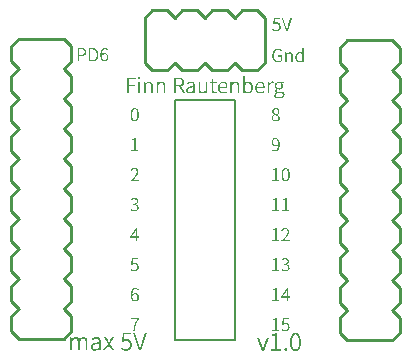
<source format=gto>
G04 Layer: TopSilkLayer*
G04 EasyEDA v6.4.0, 2020-08-02T14:52:40+02:00*
G04 aadbe2b07ee54088b09cfdb154852e2a,5bf1b712bda346c5934589caff60f8c7,10*
G04 Gerber Generator version 0.2*
G04 Scale: 100 percent, Rotated: No, Reflected: No *
G04 Dimensions in millimeters *
G04 leading zeros omitted , absolute positions ,3 integer and 3 decimal *
%FSLAX33Y33*%
%MOMM*%
G90*
G71D02*

%ADD10C,0.254000*%
%ADD17C,0.203200*%

%LPD*%
G54D10*
G01X5845Y1400D02*
G01X2035Y1400D01*
G01X5845Y26799D02*
G01X2035Y26799D01*
G01X5845Y26799D02*
G01X6480Y26164D01*
G01X6480Y24894D01*
G01X5845Y24259D01*
G01X2035Y26799D02*
G01X1400Y26164D01*
G01X1400Y24894D01*
G01X2035Y24259D01*
G01X5845Y24259D02*
G01X6480Y23624D01*
G01X6480Y22354D01*
G01X5845Y21719D01*
G01X2035Y24259D02*
G01X1400Y23624D01*
G01X1400Y22354D01*
G01X2035Y21719D01*
G01X5845Y21719D02*
G01X6480Y21084D01*
G01X6480Y19814D01*
G01X5845Y19179D01*
G01X2035Y21719D02*
G01X1400Y21084D01*
G01X1400Y19814D01*
G01X2035Y19179D01*
G01X5845Y19179D02*
G01X6480Y18544D01*
G01X6480Y17274D01*
G01X5845Y16639D01*
G01X2035Y19179D02*
G01X1400Y18544D01*
G01X1400Y17274D01*
G01X2035Y16639D01*
G01X5845Y16639D02*
G01X6480Y16004D01*
G01X6480Y14734D01*
G01X5845Y14099D01*
G01X2035Y16639D02*
G01X1400Y16004D01*
G01X1400Y14734D01*
G01X2035Y14099D01*
G01X5845Y14099D02*
G01X6480Y13464D01*
G01X6480Y12194D01*
G01X5845Y11559D01*
G01X2035Y14099D02*
G01X1400Y13464D01*
G01X1400Y12194D01*
G01X2035Y11559D01*
G01X5845Y11559D02*
G01X6480Y10924D01*
G01X6480Y9654D01*
G01X5845Y9019D01*
G01X2035Y11559D02*
G01X1400Y10924D01*
G01X1400Y9654D01*
G01X2035Y9019D01*
G01X5845Y9019D02*
G01X6480Y8384D01*
G01X6480Y7114D01*
G01X5845Y6479D01*
G01X2035Y9019D02*
G01X1400Y8384D01*
G01X1400Y7114D01*
G01X2035Y6479D01*
G01X5845Y6479D02*
G01X6480Y5844D01*
G01X6480Y4574D01*
G01X5845Y3939D01*
G01X2035Y6479D02*
G01X1400Y5844D01*
G01X1400Y4574D01*
G01X2035Y3939D01*
G01X5845Y3939D02*
G01X6480Y3304D01*
G01X6480Y2034D01*
G01X5845Y1399D01*
G01X2035Y3939D02*
G01X1400Y3304D01*
G01X1400Y2034D01*
G01X2035Y1399D01*
G01X33658Y1273D02*
G01X29848Y1273D01*
G01X33658Y26672D02*
G01X29848Y26672D01*
G01X33658Y26672D02*
G01X34293Y26037D01*
G01X34293Y24767D01*
G01X33658Y24132D01*
G01X29848Y26672D02*
G01X29213Y26037D01*
G01X29213Y24767D01*
G01X29848Y24132D01*
G01X33658Y24132D02*
G01X34293Y23497D01*
G01X34293Y22227D01*
G01X33658Y21592D01*
G01X29848Y24132D02*
G01X29213Y23497D01*
G01X29213Y22227D01*
G01X29848Y21592D01*
G01X33658Y21592D02*
G01X34293Y20957D01*
G01X34293Y19687D01*
G01X33658Y19052D01*
G01X29848Y21592D02*
G01X29213Y20957D01*
G01X29213Y19687D01*
G01X29848Y19052D01*
G01X33658Y19052D02*
G01X34293Y18417D01*
G01X34293Y17147D01*
G01X33658Y16512D01*
G01X29848Y19052D02*
G01X29213Y18417D01*
G01X29213Y17147D01*
G01X29848Y16512D01*
G01X33658Y16512D02*
G01X34293Y15877D01*
G01X34293Y14607D01*
G01X33658Y13972D01*
G01X29848Y16512D02*
G01X29213Y15877D01*
G01X29213Y14607D01*
G01X29848Y13972D01*
G01X33658Y13972D02*
G01X34293Y13337D01*
G01X34293Y12067D01*
G01X33658Y11432D01*
G01X29848Y13972D02*
G01X29213Y13337D01*
G01X29213Y12067D01*
G01X29848Y11432D01*
G01X33658Y11432D02*
G01X34293Y10797D01*
G01X34293Y9527D01*
G01X33658Y8892D01*
G01X29848Y11432D02*
G01X29213Y10797D01*
G01X29213Y9527D01*
G01X29848Y8892D01*
G01X33658Y8892D02*
G01X34293Y8257D01*
G01X34293Y6987D01*
G01X33658Y6352D01*
G01X29848Y8892D02*
G01X29213Y8257D01*
G01X29213Y6987D01*
G01X29848Y6352D01*
G01X33658Y6352D02*
G01X34293Y5717D01*
G01X34293Y4447D01*
G01X33658Y3812D01*
G01X29848Y6352D02*
G01X29213Y5717D01*
G01X29213Y4447D01*
G01X29848Y3812D01*
G01X33658Y3812D02*
G01X34293Y3177D01*
G01X34293Y1907D01*
G01X33658Y1272D01*
G01X29848Y3812D02*
G01X29213Y3177D01*
G01X29213Y1907D01*
G01X29848Y1272D01*
G54D17*
G01X15243Y21593D02*
G01X15243Y1273D01*
G01X20323Y1273D01*
G01X20323Y21593D01*
G01X15243Y21593D01*
G54D10*
G01X12703Y24767D02*
G01X12703Y28577D01*
G01X22862Y24767D02*
G01X22862Y28577D01*
G01X22862Y24767D02*
G01X22227Y24132D01*
G01X20957Y24132D01*
G01X20322Y24767D01*
G01X22862Y28577D02*
G01X22227Y29212D01*
G01X20957Y29212D01*
G01X20322Y28577D01*
G01X20322Y24767D02*
G01X19687Y24132D01*
G01X18417Y24132D01*
G01X17782Y24767D01*
G01X20322Y28577D02*
G01X19687Y29212D01*
G01X18417Y29212D01*
G01X17782Y28577D01*
G01X17782Y24767D02*
G01X17147Y24132D01*
G01X15877Y24132D01*
G01X15242Y24767D01*
G01X17782Y28577D02*
G01X17147Y29212D01*
G01X15877Y29212D01*
G01X15242Y28577D01*
G01X15242Y24767D02*
G01X14607Y24132D01*
G01X13337Y24132D01*
G01X12702Y24767D01*
G01X15242Y28577D02*
G01X14607Y29212D01*
G01X13337Y29212D01*
G01X12702Y28577D01*

%LPD*%
G36*
G01X11900Y1908D02*
G01X11722Y1908D01*
G01X12200Y419D01*
G01X12393Y419D01*
G01X12870Y1908D01*
G01X12698Y1908D01*
G01X12454Y1085D01*
G01X12434Y1021D01*
G01X12415Y959D01*
G01X12397Y899D01*
G01X12380Y839D01*
G01X12362Y780D01*
G01X12344Y720D01*
G01X12325Y658D01*
G01X12304Y594D01*
G01X12296Y594D01*
G01X12275Y658D01*
G01X12256Y720D01*
G01X12238Y780D01*
G01X12221Y839D01*
G01X12204Y899D01*
G01X12186Y959D01*
G01X12168Y1021D01*
G01X12149Y1085D01*
G01X11900Y1908D01*
G37*

%LPD*%
G36*
G01X9401Y1516D02*
G01X9223Y1516D01*
G01X9558Y993D01*
G01X9192Y419D01*
G01X9368Y419D01*
G01X9525Y686D01*
G01X9554Y736D01*
G01X9581Y786D01*
G01X9610Y836D01*
G01X9639Y884D01*
G01X9650Y884D01*
G01X9680Y836D01*
G01X9710Y786D01*
G01X9741Y736D01*
G01X9771Y686D01*
G01X9939Y419D01*
G01X10119Y419D01*
G01X9759Y975D01*
G01X10091Y1516D01*
G01X9921Y1516D01*
G01X9777Y1267D01*
G01X9751Y1222D01*
G01X9701Y1130D01*
G01X9675Y1085D01*
G01X9667Y1085D01*
G01X9609Y1176D01*
G01X9581Y1222D01*
G01X9556Y1267D01*
G01X9401Y1516D01*
G37*

%LPD*%
G36*
G01X6910Y1540D02*
G01X6850Y1544D01*
G01X6803Y1540D01*
G01X6757Y1530D01*
G01X6712Y1512D01*
G01X6668Y1489D01*
G01X6625Y1461D01*
G01X6585Y1428D01*
G01X6547Y1392D01*
G01X6510Y1354D01*
G01X6502Y1354D01*
G01X6487Y1516D01*
G01X6353Y1516D01*
G01X6353Y419D01*
G01X6518Y419D01*
G01X6518Y1222D01*
G01X6594Y1300D01*
G01X6668Y1355D01*
G01X6738Y1388D01*
G01X6805Y1400D01*
G01X6856Y1395D01*
G01X6900Y1382D01*
G01X6937Y1359D01*
G01X6967Y1327D01*
G01X6990Y1285D01*
G01X7005Y1232D01*
G01X7015Y1169D01*
G01X7018Y1095D01*
G01X7018Y419D01*
G01X7183Y419D01*
G01X7183Y1222D01*
G01X7261Y1300D01*
G01X7335Y1355D01*
G01X7405Y1388D01*
G01X7473Y1400D01*
G01X7524Y1395D01*
G01X7567Y1382D01*
G01X7604Y1359D01*
G01X7634Y1327D01*
G01X7657Y1285D01*
G01X7673Y1232D01*
G01X7683Y1169D01*
G01X7686Y1095D01*
G01X7686Y419D01*
G01X7851Y419D01*
G01X7851Y1115D01*
G01X7849Y1183D01*
G01X7842Y1245D01*
G01X7831Y1301D01*
G01X7815Y1352D01*
G01X7794Y1396D01*
G01X7769Y1436D01*
G01X7739Y1469D01*
G01X7704Y1496D01*
G01X7665Y1517D01*
G01X7621Y1532D01*
G01X7572Y1541D01*
G01X7518Y1544D01*
G01X7470Y1540D01*
G01X7422Y1529D01*
G01X7376Y1510D01*
G01X7331Y1485D01*
G01X7286Y1454D01*
G01X7242Y1418D01*
G01X7197Y1377D01*
G01X7153Y1331D01*
G01X7134Y1377D01*
G01X7111Y1419D01*
G01X7083Y1455D01*
G01X7049Y1486D01*
G01X7009Y1511D01*
G01X6963Y1529D01*
G01X6910Y1540D01*
G37*

%LPD*%
G36*
G01X11539Y1908D02*
G01X10828Y1908D01*
G01X10780Y1217D01*
G01X10871Y1158D01*
G01X10933Y1197D01*
G01X10991Y1225D01*
G01X11053Y1242D01*
G01X11123Y1247D01*
G01X11192Y1241D01*
G01X11254Y1223D01*
G01X11309Y1194D01*
G01X11355Y1154D01*
G01X11392Y1103D01*
G01X11420Y1043D01*
G01X11437Y974D01*
G01X11443Y897D01*
G01X11436Y817D01*
G01X11417Y745D01*
G01X11387Y683D01*
G01X11347Y630D01*
G01X11298Y588D01*
G01X11243Y557D01*
G01X11181Y537D01*
G01X11115Y531D01*
G01X11052Y534D01*
G01X10995Y545D01*
G01X10943Y561D01*
G01X10896Y582D01*
G01X10852Y608D01*
G01X10813Y636D01*
G01X10777Y666D01*
G01X10744Y698D01*
G01X10660Y589D01*
G01X10700Y552D01*
G01X10743Y517D01*
G01X10792Y484D01*
G01X10846Y454D01*
G01X10906Y429D01*
G01X10973Y410D01*
G01X11048Y398D01*
G01X11130Y394D01*
G01X11192Y397D01*
G01X11252Y409D01*
G01X11309Y427D01*
G01X11365Y453D01*
G01X11416Y486D01*
G01X11463Y526D01*
G01X11505Y573D01*
G01X11541Y625D01*
G01X11570Y685D01*
G01X11592Y751D01*
G01X11606Y823D01*
G01X11610Y902D01*
G01X11606Y980D01*
G01X11595Y1051D01*
G01X11575Y1114D01*
G01X11549Y1170D01*
G01X11517Y1220D01*
G01X11479Y1262D01*
G01X11436Y1297D01*
G01X11389Y1326D01*
G01X11337Y1349D01*
G01X11282Y1364D01*
G01X11224Y1374D01*
G01X11163Y1377D01*
G01X11098Y1372D01*
G01X11039Y1359D01*
G01X10985Y1339D01*
G01X10932Y1313D01*
G01X10973Y1765D01*
G01X11539Y1765D01*
G01X11539Y1908D01*
G37*

%LPD*%
G36*
G01X8686Y1541D02*
G01X8623Y1544D01*
G01X8558Y1541D01*
G01X8495Y1531D01*
G01X8435Y1515D01*
G01X8379Y1496D01*
G01X8326Y1473D01*
G01X8278Y1449D01*
G01X8235Y1424D01*
G01X8197Y1400D01*
G01X8263Y1285D01*
G01X8331Y1329D01*
G01X8411Y1368D01*
G01X8499Y1396D01*
G01X8595Y1407D01*
G01X8660Y1401D01*
G01X8713Y1382D01*
G01X8754Y1353D01*
G01X8785Y1315D01*
G01X8807Y1271D01*
G01X8820Y1221D01*
G01X8828Y1167D01*
G01X8829Y1113D01*
G01X8744Y1102D01*
G01X8665Y1089D01*
G01X8592Y1075D01*
G01X8524Y1060D01*
G01X8463Y1042D01*
G01X8407Y1023D01*
G01X8357Y1001D01*
G01X8312Y977D01*
G01X8273Y951D01*
G01X8240Y923D01*
G01X8212Y893D01*
G01X8189Y860D01*
G01X8171Y824D01*
G01X8159Y786D01*
G01X8151Y745D01*
G01X8148Y701D01*
G01X8155Y631D01*
G01X8173Y569D01*
G01X8202Y517D01*
G01X8241Y473D01*
G01X8288Y439D01*
G01X8342Y414D01*
G01X8403Y399D01*
G01X8468Y394D01*
G01X8519Y397D01*
G01X8569Y406D01*
G01X8618Y421D01*
G01X8665Y440D01*
G01X8711Y464D01*
G01X8754Y491D01*
G01X8797Y521D01*
G01X8837Y554D01*
G01X8844Y554D01*
G01X8857Y419D01*
G01X8994Y419D01*
G01X8994Y1100D01*
G01X8992Y1164D01*
G01X8985Y1224D01*
G01X8973Y1281D01*
G01X8957Y1332D01*
G01X8935Y1379D01*
G01X8908Y1421D01*
G01X8875Y1457D01*
G01X8837Y1488D01*
G01X8793Y1512D01*
G01X8743Y1530D01*
G01X8686Y1541D01*
G37*

%LPC*%
G36*
G01X8829Y678D02*
G01X8829Y1001D01*
G01X8737Y988D01*
G01X8656Y974D01*
G01X8584Y957D01*
G01X8521Y939D01*
G01X8468Y918D01*
G01X8423Y895D01*
G01X8386Y870D01*
G01X8357Y843D01*
G01X8335Y813D01*
G01X8320Y781D01*
G01X8311Y747D01*
G01X8308Y711D01*
G01X8325Y626D01*
G01X8368Y569D01*
G01X8433Y536D01*
G01X8512Y526D01*
G01X8593Y535D01*
G01X8671Y565D01*
G01X8748Y613D01*
G01X8829Y678D01*
G37*

%LPD*%

%LPD*%
G36*
G01X24427Y28578D02*
G01X24295Y28578D01*
G01X24653Y27462D01*
G01X24798Y27462D01*
G01X25154Y28578D01*
G01X25027Y28578D01*
G01X24841Y27963D01*
G01X24827Y27915D01*
G01X24813Y27868D01*
G01X24800Y27823D01*
G01X24773Y27733D01*
G01X24759Y27688D01*
G01X24745Y27642D01*
G01X24730Y27595D01*
G01X24724Y27595D01*
G01X24708Y27642D01*
G01X24693Y27688D01*
G01X24654Y27823D01*
G01X24642Y27868D01*
G01X24629Y27915D01*
G01X24615Y27963D01*
G01X24427Y28578D01*
G37*

%LPD*%
G36*
G01X24155Y28578D02*
G01X23622Y28578D01*
G01X23587Y28059D01*
G01X23655Y28016D01*
G01X23701Y28045D01*
G01X23746Y28066D01*
G01X23793Y28080D01*
G01X23846Y28085D01*
G01X23897Y28080D01*
G01X23944Y28067D01*
G01X23985Y28045D01*
G01X24019Y28015D01*
G01X24047Y27977D01*
G01X24068Y27931D01*
G01X24080Y27880D01*
G01X24084Y27821D01*
G01X24079Y27761D01*
G01X24065Y27707D01*
G01X24042Y27660D01*
G01X24012Y27620D01*
G01X23975Y27589D01*
G01X23933Y27566D01*
G01X23887Y27551D01*
G01X23838Y27546D01*
G01X23748Y27557D01*
G01X23673Y27585D01*
G01X23611Y27626D01*
G01X23559Y27673D01*
G01X23498Y27589D01*
G01X23527Y27562D01*
G01X23559Y27536D01*
G01X23595Y27511D01*
G01X23636Y27488D01*
G01X23681Y27470D01*
G01X23731Y27455D01*
G01X23787Y27446D01*
G01X23848Y27442D01*
G01X23894Y27445D01*
G01X23939Y27454D01*
G01X23983Y27468D01*
G01X24024Y27487D01*
G01X24062Y27512D01*
G01X24098Y27542D01*
G01X24130Y27577D01*
G01X24156Y27617D01*
G01X24178Y27662D01*
G01X24195Y27711D01*
G01X24205Y27765D01*
G01X24209Y27823D01*
G01X24202Y27910D01*
G01X24182Y27983D01*
G01X24152Y28045D01*
G01X24111Y28094D01*
G01X24061Y28133D01*
G01X24005Y28160D01*
G01X23943Y28176D01*
G01X23876Y28181D01*
G01X23826Y28178D01*
G01X23782Y28168D01*
G01X23741Y28152D01*
G01X23701Y28133D01*
G01X23731Y28471D01*
G01X24155Y28471D01*
G01X24155Y28578D01*
G37*

%LPD*%

%LPD*%
G36*
G01X25052Y25662D02*
G01X24991Y25667D01*
G01X24911Y25656D01*
G01X24839Y25626D01*
G01X24775Y25581D01*
G01X24714Y25527D01*
G01X24709Y25527D01*
G01X24696Y25646D01*
G01X24595Y25646D01*
G01X24595Y24823D01*
G01X24719Y24823D01*
G01X24719Y25425D01*
G01X24780Y25484D01*
G01X24836Y25526D01*
G01X24892Y25551D01*
G01X24953Y25560D01*
G01X25027Y25546D01*
G01X25078Y25505D01*
G01X25108Y25434D01*
G01X25118Y25331D01*
G01X25118Y24823D01*
G01X25243Y24823D01*
G01X25243Y25347D01*
G01X25239Y25421D01*
G01X25227Y25486D01*
G01X25209Y25541D01*
G01X25182Y25586D01*
G01X25147Y25621D01*
G01X25103Y25646D01*
G01X25052Y25662D01*
G37*

%LPD*%
G36*
G01X26167Y26038D02*
G01X26043Y26038D01*
G01X26043Y25712D01*
G01X26050Y25570D01*
G01X25995Y25611D01*
G01X25940Y25641D01*
G01X25881Y25660D01*
G01X25814Y25667D01*
G01X25767Y25663D01*
G01X25722Y25653D01*
G01X25678Y25636D01*
G01X25637Y25613D01*
G01X25598Y25584D01*
G01X25564Y25549D01*
G01X25533Y25509D01*
G01X25506Y25463D01*
G01X25485Y25413D01*
G01X25469Y25357D01*
G01X25459Y25297D01*
G01X25456Y25232D01*
G01X25458Y25166D01*
G01X25467Y25105D01*
G01X25480Y25049D01*
G01X25498Y24999D01*
G01X25520Y24954D01*
G01X25548Y24915D01*
G01X25580Y24881D01*
G01X25615Y24853D01*
G01X25655Y24832D01*
G01X25699Y24816D01*
G01X25746Y24806D01*
G01X25796Y24803D01*
G01X25868Y24812D01*
G01X25935Y24838D01*
G01X25996Y24876D01*
G01X26050Y24922D01*
G01X26053Y24922D01*
G01X26066Y24823D01*
G01X26167Y24823D01*
G01X26167Y26038D01*
G37*

%LPC*%
G36*
G01X25887Y25557D02*
G01X25834Y25563D01*
G01X25783Y25556D01*
G01X25735Y25539D01*
G01X25693Y25510D01*
G01X25657Y25471D01*
G01X25627Y25423D01*
G01X25604Y25367D01*
G01X25591Y25304D01*
G01X25585Y25235D01*
G01X25590Y25163D01*
G01X25601Y25098D01*
G01X25620Y25043D01*
G01X25646Y24996D01*
G01X25680Y24959D01*
G01X25721Y24932D01*
G01X25768Y24915D01*
G01X25822Y24910D01*
G01X25880Y24917D01*
G01X25935Y24939D01*
G01X25989Y24975D01*
G01X26043Y25027D01*
G01X26043Y25471D01*
G01X25989Y25513D01*
G01X25938Y25542D01*
G01X25887Y25557D01*
G37*

%LPD*%
G36*
G01X24111Y25947D02*
G01X24006Y25959D01*
G01X23951Y25956D01*
G01X23899Y25949D01*
G01X23849Y25936D01*
G01X23802Y25919D01*
G01X23757Y25897D01*
G01X23716Y25871D01*
G01X23676Y25840D01*
G01X23641Y25805D01*
G01X23609Y25765D01*
G01X23580Y25722D01*
G01X23556Y25675D01*
G01X23536Y25624D01*
G01X23519Y25569D01*
G01X23507Y25510D01*
G01X23500Y25448D01*
G01X23498Y25382D01*
G01X23500Y25316D01*
G01X23507Y25253D01*
G01X23518Y25194D01*
G01X23534Y25138D01*
G01X23554Y25087D01*
G01X23578Y25039D01*
G01X23606Y24996D01*
G01X23637Y24957D01*
G01X23672Y24921D01*
G01X23709Y24890D01*
G01X23751Y24864D01*
G01X23794Y24843D01*
G01X23841Y24825D01*
G01X23890Y24813D01*
G01X23942Y24806D01*
G01X23995Y24803D01*
G01X24050Y24806D01*
G01X24102Y24813D01*
G01X24150Y24824D01*
G01X24195Y24839D01*
G01X24236Y24858D01*
G01X24274Y24880D01*
G01X24307Y24905D01*
G01X24336Y24933D01*
G01X24336Y25395D01*
G01X23978Y25395D01*
G01X23978Y25291D01*
G01X24219Y25291D01*
G01X24219Y24986D01*
G01X24178Y24955D01*
G01X24128Y24933D01*
G01X24070Y24919D01*
G01X24008Y24915D01*
G01X23949Y24918D01*
G01X23895Y24930D01*
G01X23846Y24947D01*
G01X23801Y24972D01*
G01X23761Y25004D01*
G01X23726Y25041D01*
G01X23696Y25085D01*
G01X23672Y25134D01*
G01X23653Y25189D01*
G01X23638Y25250D01*
G01X23630Y25315D01*
G01X23627Y25385D01*
G01X23630Y25454D01*
G01X23639Y25519D01*
G01X23654Y25578D01*
G01X23674Y25632D01*
G01X23700Y25681D01*
G01X23731Y25724D01*
G01X23766Y25760D01*
G01X23806Y25791D01*
G01X23851Y25815D01*
G01X23899Y25833D01*
G01X23952Y25843D01*
G01X24008Y25847D01*
G01X24086Y25839D01*
G01X24152Y25817D01*
G01X24206Y25783D01*
G01X24252Y25740D01*
G01X24323Y25824D01*
G01X24268Y25872D01*
G01X24198Y25915D01*
G01X24111Y25947D01*
G37*

%LPD*%

%LPD*%
G36*
G01X23862Y20942D02*
G01X23795Y20947D01*
G01X23733Y20942D01*
G01X23676Y20927D01*
G01X23625Y20902D01*
G01X23581Y20869D01*
G01X23545Y20829D01*
G01X23518Y20780D01*
G01X23501Y20726D01*
G01X23495Y20665D01*
G01X23507Y20584D01*
G01X23541Y20514D01*
G01X23590Y20456D01*
G01X23647Y20409D01*
G01X23647Y20404D01*
G01X23609Y20380D01*
G01X23571Y20352D01*
G01X23536Y20319D01*
G01X23504Y20283D01*
G01X23478Y20242D01*
G01X23457Y20196D01*
G01X23444Y20146D01*
G01X23439Y20091D01*
G01X23446Y20029D01*
G01X23466Y19972D01*
G01X23497Y19921D01*
G01X23540Y19878D01*
G01X23591Y19842D01*
G01X23652Y19817D01*
G01X23719Y19800D01*
G01X23792Y19794D01*
G01X23866Y19800D01*
G01X23933Y19817D01*
G01X23992Y19843D01*
G01X24042Y19878D01*
G01X24083Y19920D01*
G01X24113Y19969D01*
G01X24131Y20023D01*
G01X24138Y20081D01*
G01X24134Y20135D01*
G01X24122Y20183D01*
G01X24104Y20226D01*
G01X24080Y20264D01*
G01X24051Y20297D01*
G01X24019Y20326D01*
G01X23984Y20351D01*
G01X23947Y20373D01*
G01X23947Y20381D01*
G01X23999Y20430D01*
G01X24048Y20493D01*
G01X24085Y20568D01*
G01X24100Y20653D01*
G01X24095Y20714D01*
G01X24079Y20771D01*
G01X24053Y20821D01*
G01X24019Y20864D01*
G01X23975Y20899D01*
G01X23923Y20925D01*
G01X23862Y20942D01*
G37*

%LPC*%
G36*
G01X23773Y20339D02*
G01X23714Y20363D01*
G01X23648Y20313D01*
G01X23597Y20252D01*
G01X23563Y20181D01*
G01X23551Y20102D01*
G01X23556Y20057D01*
G01X23569Y20017D01*
G01X23591Y19981D01*
G01X23621Y19949D01*
G01X23656Y19924D01*
G01X23698Y19904D01*
G01X23744Y19892D01*
G01X23795Y19888D01*
G01X23887Y19903D01*
G01X23957Y19944D01*
G01X24003Y20006D01*
G01X24018Y20084D01*
G01X24012Y20138D01*
G01X23993Y20183D01*
G01X23965Y20223D01*
G01X23927Y20257D01*
G01X23881Y20286D01*
G01X23830Y20313D01*
G01X23773Y20339D01*
G37*
G36*
G01X23877Y20837D02*
G01X23792Y20853D01*
G01X23720Y20840D01*
G01X23662Y20801D01*
G01X23623Y20742D01*
G01X23609Y20665D01*
G01X23615Y20617D01*
G01X23631Y20575D01*
G01X23657Y20538D01*
G01X23690Y20507D01*
G01X23728Y20480D01*
G01X23772Y20456D01*
G01X23819Y20434D01*
G01X23868Y20414D01*
G01X23921Y20467D01*
G01X23959Y20524D01*
G01X23982Y20584D01*
G01X23990Y20648D01*
G01X23977Y20727D01*
G01X23939Y20792D01*
G01X23877Y20837D01*
G37*

%LPD*%

%LPD*%
G36*
G01X23806Y18406D02*
G01X23754Y18410D01*
G01X23691Y18403D01*
G01X23632Y18383D01*
G01X23578Y18352D01*
G01X23532Y18309D01*
G01X23494Y18257D01*
G01X23464Y18196D01*
G01X23446Y18126D01*
G01X23439Y18049D01*
G01X23445Y17968D01*
G01X23461Y17898D01*
G01X23487Y17838D01*
G01X23522Y17788D01*
G01X23566Y17750D01*
G01X23618Y17722D01*
G01X23677Y17704D01*
G01X23744Y17699D01*
G01X23816Y17709D01*
G01X23885Y17738D01*
G01X23949Y17784D01*
G01X24006Y17841D01*
G01X24001Y17756D01*
G01X23991Y17681D01*
G01X23977Y17614D01*
G01X23959Y17556D01*
G01X23938Y17507D01*
G01X23914Y17466D01*
G01X23886Y17431D01*
G01X23856Y17404D01*
G01X23824Y17383D01*
G01X23790Y17369D01*
G01X23755Y17361D01*
G01X23719Y17358D01*
G01X23665Y17364D01*
G01X23615Y17382D01*
G01X23569Y17409D01*
G01X23528Y17445D01*
G01X23460Y17366D01*
G01X23510Y17322D01*
G01X23570Y17286D01*
G01X23640Y17263D01*
G01X23724Y17254D01*
G01X23762Y17256D01*
G01X23800Y17262D01*
G01X23837Y17273D01*
G01X23873Y17288D01*
G01X23908Y17308D01*
G01X23940Y17333D01*
G01X23971Y17363D01*
G01X24000Y17397D01*
G01X24027Y17438D01*
G01X24050Y17484D01*
G01X24072Y17536D01*
G01X24089Y17593D01*
G01X24103Y17656D01*
G01X24114Y17726D01*
G01X24120Y17802D01*
G01X24122Y17884D01*
G01X24119Y17967D01*
G01X24110Y18044D01*
G01X24095Y18113D01*
G01X24074Y18175D01*
G01X24049Y18230D01*
G01X24018Y18277D01*
G01X23983Y18318D01*
G01X23945Y18351D01*
G01X23901Y18377D01*
G01X23856Y18395D01*
G01X23806Y18406D01*
G37*

%LPC*%
G36*
G01X23807Y18307D02*
G01X23754Y18313D01*
G01X23714Y18308D01*
G01X23676Y18294D01*
G01X23643Y18271D01*
G01X23614Y18240D01*
G01X23591Y18202D01*
G01X23573Y18157D01*
G01X23563Y18106D01*
G01X23559Y18049D01*
G01X23562Y17994D01*
G01X23571Y17945D01*
G01X23587Y17901D01*
G01X23609Y17864D01*
G01X23638Y17834D01*
G01X23673Y17811D01*
G01X23716Y17797D01*
G01X23764Y17793D01*
G01X23823Y17801D01*
G01X23884Y17828D01*
G01X23945Y17877D01*
G01X24006Y17948D01*
G01X23997Y18030D01*
G01X23982Y18102D01*
G01X23960Y18165D01*
G01X23931Y18217D01*
G01X23896Y18259D01*
G01X23855Y18289D01*
G01X23807Y18307D01*
G37*

%LPD*%

%LPD*%
G36*
G01X23879Y15850D02*
G01X23785Y15850D01*
G01X23738Y15825D01*
G01X23686Y15805D01*
G01X23627Y15788D01*
G01X23559Y15773D01*
G01X23559Y15692D01*
G01X23757Y15692D01*
G01X23757Y14839D01*
G01X23505Y14839D01*
G01X23505Y14735D01*
G01X24107Y14735D01*
G01X24107Y14839D01*
G01X23879Y14839D01*
G01X23879Y15850D01*
G37*

%LPD*%
G36*
G01X24676Y15866D02*
G01X24625Y15870D01*
G01X24575Y15866D01*
G01X24528Y15854D01*
G01X24484Y15835D01*
G01X24444Y15807D01*
G01X24408Y15772D01*
G01X24376Y15729D01*
G01X24348Y15677D01*
G01X24325Y15617D01*
G01X24307Y15549D01*
G01X24294Y15473D01*
G01X24285Y15389D01*
G01X24282Y15296D01*
G01X24285Y15203D01*
G01X24294Y15118D01*
G01X24307Y15041D01*
G01X24325Y14972D01*
G01X24348Y14912D01*
G01X24376Y14860D01*
G01X24408Y14815D01*
G01X24444Y14779D01*
G01X24484Y14750D01*
G01X24528Y14730D01*
G01X24575Y14718D01*
G01X24625Y14714D01*
G01X24676Y14718D01*
G01X24724Y14730D01*
G01X24768Y14750D01*
G01X24807Y14779D01*
G01X24843Y14815D01*
G01X24875Y14860D01*
G01X24902Y14912D01*
G01X24925Y14972D01*
G01X24942Y15041D01*
G01X24955Y15118D01*
G01X24963Y15203D01*
G01X24966Y15296D01*
G01X24963Y15388D01*
G01X24955Y15473D01*
G01X24942Y15548D01*
G01X24925Y15616D01*
G01X24902Y15676D01*
G01X24875Y15728D01*
G01X24843Y15771D01*
G01X24807Y15807D01*
G01X24768Y15834D01*
G01X24724Y15854D01*
G01X24676Y15866D01*
G37*

%LPC*%
G36*
G01X24673Y15761D02*
G01X24625Y15768D01*
G01X24578Y15761D01*
G01X24535Y15740D01*
G01X24497Y15705D01*
G01X24465Y15655D01*
G01X24439Y15589D01*
G01X24420Y15508D01*
G01X24408Y15410D01*
G01X24404Y15296D01*
G01X24406Y15217D01*
G01X24411Y15146D01*
G01X24420Y15081D01*
G01X24432Y15025D01*
G01X24448Y14975D01*
G01X24465Y14932D01*
G01X24486Y14896D01*
G01X24510Y14867D01*
G01X24535Y14844D01*
G01X24563Y14829D01*
G01X24593Y14819D01*
G01X24625Y14816D01*
G01X24657Y14819D01*
G01X24687Y14829D01*
G01X24716Y14844D01*
G01X24741Y14867D01*
G01X24765Y14896D01*
G01X24785Y14932D01*
G01X24803Y14975D01*
G01X24818Y15025D01*
G01X24831Y15081D01*
G01X24839Y15146D01*
G01X24844Y15217D01*
G01X24846Y15296D01*
G01X24842Y15410D01*
G01X24831Y15508D01*
G01X24811Y15589D01*
G01X24785Y15655D01*
G01X24753Y15705D01*
G01X24716Y15740D01*
G01X24673Y15761D01*
G37*

%LPD*%

%LPD*%
G36*
G01X24717Y13310D02*
G01X24623Y13310D01*
G01X24577Y13285D01*
G01X24524Y13265D01*
G01X24465Y13248D01*
G01X24397Y13233D01*
G01X24397Y13152D01*
G01X24592Y13152D01*
G01X24592Y12299D01*
G01X24343Y12299D01*
G01X24343Y12195D01*
G01X24943Y12195D01*
G01X24943Y12299D01*
G01X24717Y12299D01*
G01X24717Y13310D01*
G37*

%LPD*%
G36*
G01X23879Y13310D02*
G01X23785Y13310D01*
G01X23738Y13285D01*
G01X23686Y13265D01*
G01X23627Y13248D01*
G01X23559Y13233D01*
G01X23559Y13152D01*
G01X23757Y13152D01*
G01X23757Y12299D01*
G01X23505Y12299D01*
G01X23505Y12195D01*
G01X24107Y12195D01*
G01X24107Y12299D01*
G01X23879Y12299D01*
G01X23879Y13310D01*
G37*

%LPD*%

%LPD*%
G36*
G01X24663Y10784D02*
G01X24592Y10790D01*
G01X24543Y10787D01*
G01X24496Y10778D01*
G01X24453Y10764D01*
G01X24413Y10745D01*
G01X24374Y10721D01*
G01X24337Y10693D01*
G01X24302Y10662D01*
G01X24267Y10627D01*
G01X24341Y10556D01*
G01X24392Y10609D01*
G01X24449Y10651D01*
G01X24512Y10678D01*
G01X24580Y10688D01*
G01X24629Y10684D01*
G01X24673Y10671D01*
G01X24709Y10650D01*
G01X24739Y10623D01*
G01X24762Y10589D01*
G01X24778Y10550D01*
G01X24787Y10507D01*
G01X24790Y10460D01*
G01X24788Y10423D01*
G01X24783Y10386D01*
G01X24774Y10347D01*
G01X24760Y10308D01*
G01X24743Y10268D01*
G01X24722Y10226D01*
G01X24696Y10183D01*
G01X24667Y10139D01*
G01X24633Y10093D01*
G01X24595Y10046D01*
G01X24553Y9997D01*
G01X24506Y9947D01*
G01X24455Y9895D01*
G01X24400Y9841D01*
G01X24340Y9786D01*
G01X24275Y9728D01*
G01X24275Y9655D01*
G01X24966Y9655D01*
G01X24966Y9761D01*
G01X24602Y9761D01*
G01X24556Y9759D01*
G01X24509Y9756D01*
G01X24463Y9751D01*
G01X24513Y9799D01*
G01X24561Y9846D01*
G01X24606Y9893D01*
G01X24649Y9939D01*
G01X24689Y9985D01*
G01X24725Y10030D01*
G01X24759Y10075D01*
G01X24790Y10119D01*
G01X24818Y10164D01*
G01X24842Y10207D01*
G01X24864Y10251D01*
G01X24881Y10294D01*
G01X24895Y10337D01*
G01X24904Y10380D01*
G01X24910Y10422D01*
G01X24912Y10465D01*
G01X24907Y10535D01*
G01X24890Y10599D01*
G01X24863Y10655D01*
G01X24827Y10702D01*
G01X24781Y10739D01*
G01X24726Y10767D01*
G01X24663Y10784D01*
G37*

%LPD*%
G36*
G01X23879Y10770D02*
G01X23785Y10770D01*
G01X23738Y10745D01*
G01X23686Y10725D01*
G01X23627Y10708D01*
G01X23559Y10693D01*
G01X23559Y10612D01*
G01X23757Y10612D01*
G01X23757Y9759D01*
G01X23505Y9759D01*
G01X23505Y9655D01*
G01X24107Y9655D01*
G01X24107Y9759D01*
G01X23879Y9759D01*
G01X23879Y10770D01*
G37*

%LPD*%

%LPD*%
G36*
G01X23879Y8230D02*
G01X23785Y8230D01*
G01X23738Y8205D01*
G01X23686Y8185D01*
G01X23627Y8168D01*
G01X23559Y8153D01*
G01X23559Y8072D01*
G01X23757Y8072D01*
G01X23757Y7219D01*
G01X23505Y7219D01*
G01X23505Y7115D01*
G01X24107Y7115D01*
G01X24107Y7219D01*
G01X23879Y7219D01*
G01X23879Y8230D01*
G37*

%LPD*%
G36*
G01X24669Y8247D02*
G01X24603Y8252D01*
G01X24511Y8241D01*
G01X24431Y8213D01*
G01X24359Y8171D01*
G01X24295Y8118D01*
G01X24364Y8039D01*
G01X24413Y8083D01*
G01X24469Y8118D01*
G01X24531Y8141D01*
G01X24597Y8151D01*
G01X24678Y8137D01*
G01X24740Y8099D01*
G01X24779Y8041D01*
G01X24793Y7965D01*
G01X24789Y7920D01*
G01X24777Y7879D01*
G01X24755Y7841D01*
G01X24723Y7808D01*
G01X24680Y7782D01*
G01X24626Y7762D01*
G01X24559Y7749D01*
G01X24478Y7744D01*
G01X24478Y7645D01*
G01X24567Y7641D01*
G01X24643Y7629D01*
G01X24704Y7609D01*
G01X24752Y7582D01*
G01X24788Y7549D01*
G01X24812Y7509D01*
G01X24827Y7465D01*
G01X24831Y7414D01*
G01X24827Y7367D01*
G01X24814Y7325D01*
G01X24794Y7288D01*
G01X24766Y7257D01*
G01X24732Y7232D01*
G01X24693Y7214D01*
G01X24649Y7202D01*
G01X24600Y7198D01*
G01X24508Y7210D01*
G01X24432Y7238D01*
G01X24370Y7280D01*
G01X24318Y7328D01*
G01X24252Y7247D01*
G01X24281Y7218D01*
G01X24314Y7191D01*
G01X24351Y7165D01*
G01X24392Y7142D01*
G01X24437Y7122D01*
G01X24488Y7107D01*
G01X24545Y7098D01*
G01X24608Y7094D01*
G01X24678Y7100D01*
G01X24744Y7116D01*
G01X24803Y7142D01*
G01X24855Y7179D01*
G01X24898Y7224D01*
G01X24931Y7279D01*
G01X24951Y7341D01*
G01X24958Y7412D01*
G01X24953Y7467D01*
G01X24939Y7517D01*
G01X24917Y7562D01*
G01X24888Y7601D01*
G01X24853Y7634D01*
G01X24812Y7661D01*
G01X24768Y7681D01*
G01X24719Y7696D01*
G01X24719Y7704D01*
G01X24762Y7722D01*
G01X24801Y7744D01*
G01X24835Y7771D01*
G01X24865Y7802D01*
G01X24888Y7838D01*
G01X24905Y7879D01*
G01X24916Y7924D01*
G01X24920Y7973D01*
G01X24914Y8036D01*
G01X24896Y8091D01*
G01X24868Y8139D01*
G01X24830Y8178D01*
G01X24783Y8210D01*
G01X24730Y8233D01*
G01X24669Y8247D01*
G37*

%LPD*%

%LPD*%
G36*
G01X24844Y5690D02*
G01X24709Y5690D01*
G01X24237Y4966D01*
G01X24237Y4884D01*
G01X24724Y4884D01*
G01X24724Y4575D01*
G01X24844Y4575D01*
G01X24844Y4884D01*
G01X24996Y4884D01*
G01X24996Y4983D01*
G01X24844Y4983D01*
G01X24844Y5690D01*
G37*

%LPC*%
G36*
G01X24735Y5545D02*
G01X24727Y5545D01*
G01X24706Y5505D01*
G01X24683Y5465D01*
G01X24661Y5425D01*
G01X24638Y5385D01*
G01X24369Y4983D01*
G01X24724Y4983D01*
G01X24724Y5347D01*
G01X24725Y5394D01*
G01X24727Y5447D01*
G01X24731Y5499D01*
G01X24735Y5545D01*
G37*

%LPD*%
G36*
G01X23879Y5690D02*
G01X23785Y5690D01*
G01X23738Y5665D01*
G01X23686Y5645D01*
G01X23627Y5628D01*
G01X23559Y5613D01*
G01X23559Y5532D01*
G01X23757Y5532D01*
G01X23757Y4679D01*
G01X23505Y4679D01*
G01X23505Y4575D01*
G01X24107Y4575D01*
G01X24107Y4679D01*
G01X23879Y4679D01*
G01X23879Y5690D01*
G37*

%LPD*%

%LPD*%
G36*
G01X23879Y3150D02*
G01X23785Y3150D01*
G01X23738Y3125D01*
G01X23686Y3105D01*
G01X23627Y3088D01*
G01X23559Y3073D01*
G01X23559Y2992D01*
G01X23757Y2992D01*
G01X23757Y2139D01*
G01X23505Y2139D01*
G01X23505Y2035D01*
G01X24107Y2035D01*
G01X24107Y2139D01*
G01X23879Y2139D01*
G01X23879Y3150D01*
G37*

%LPD*%
G36*
G01X24907Y3150D02*
G01X24374Y3150D01*
G01X24341Y2631D01*
G01X24409Y2588D01*
G01X24455Y2617D01*
G01X24499Y2639D01*
G01X24545Y2652D01*
G01X24597Y2657D01*
G01X24649Y2652D01*
G01X24696Y2639D01*
G01X24737Y2617D01*
G01X24771Y2587D01*
G01X24799Y2549D01*
G01X24819Y2503D01*
G01X24832Y2452D01*
G01X24836Y2393D01*
G01X24831Y2333D01*
G01X24817Y2279D01*
G01X24794Y2232D01*
G01X24764Y2193D01*
G01X24727Y2161D01*
G01X24686Y2138D01*
G01X24641Y2123D01*
G01X24592Y2118D01*
G01X24501Y2129D01*
G01X24426Y2157D01*
G01X24364Y2198D01*
G01X24313Y2245D01*
G01X24249Y2162D01*
G01X24279Y2134D01*
G01X24312Y2108D01*
G01X24349Y2083D01*
G01X24389Y2060D01*
G01X24434Y2042D01*
G01X24484Y2027D01*
G01X24540Y2018D01*
G01X24603Y2014D01*
G01X24648Y2017D01*
G01X24692Y2026D01*
G01X24736Y2040D01*
G01X24777Y2059D01*
G01X24815Y2084D01*
G01X24850Y2114D01*
G01X24881Y2149D01*
G01X24908Y2189D01*
G01X24930Y2234D01*
G01X24947Y2283D01*
G01X24957Y2337D01*
G01X24961Y2395D01*
G01X24954Y2482D01*
G01X24935Y2555D01*
G01X24904Y2617D01*
G01X24864Y2666D01*
G01X24815Y2705D01*
G01X24758Y2732D01*
G01X24695Y2748D01*
G01X24628Y2753D01*
G01X24578Y2750D01*
G01X24534Y2740D01*
G01X24494Y2724D01*
G01X24455Y2705D01*
G01X24486Y3043D01*
G01X24907Y3043D01*
G01X24907Y3150D01*
G37*

%LPD*%

%LPD*%
G36*
G01X11902Y20946D02*
G01X11852Y20950D01*
G01X11801Y20946D01*
G01X11753Y20934D01*
G01X11709Y20915D01*
G01X11669Y20887D01*
G01X11633Y20852D01*
G01X11601Y20809D01*
G01X11574Y20757D01*
G01X11551Y20697D01*
G01X11533Y20629D01*
G01X11519Y20553D01*
G01X11511Y20469D01*
G01X11509Y20376D01*
G01X11511Y20283D01*
G01X11519Y20198D01*
G01X11533Y20121D01*
G01X11551Y20052D01*
G01X11574Y19992D01*
G01X11601Y19940D01*
G01X11633Y19895D01*
G01X11669Y19859D01*
G01X11709Y19830D01*
G01X11753Y19810D01*
G01X11801Y19798D01*
G01X11852Y19794D01*
G01X11902Y19798D01*
G01X11949Y19810D01*
G01X11993Y19830D01*
G01X12033Y19859D01*
G01X12068Y19895D01*
G01X12100Y19940D01*
G01X12128Y19992D01*
G01X12150Y20052D01*
G01X12168Y20121D01*
G01X12181Y20198D01*
G01X12190Y20283D01*
G01X12192Y20376D01*
G01X12190Y20468D01*
G01X12181Y20553D01*
G01X12168Y20628D01*
G01X12150Y20696D01*
G01X12128Y20756D01*
G01X12100Y20808D01*
G01X12068Y20851D01*
G01X12033Y20887D01*
G01X11993Y20914D01*
G01X11949Y20934D01*
G01X11902Y20946D01*
G37*

%LPC*%
G36*
G01X11899Y20841D02*
G01X11852Y20848D01*
G01X11804Y20841D01*
G01X11761Y20820D01*
G01X11723Y20785D01*
G01X11691Y20735D01*
G01X11664Y20669D01*
G01X11644Y20588D01*
G01X11632Y20490D01*
G01X11628Y20376D01*
G01X11630Y20297D01*
G01X11636Y20226D01*
G01X11644Y20161D01*
G01X11657Y20105D01*
G01X11672Y20055D01*
G01X11691Y20012D01*
G01X11711Y19976D01*
G01X11735Y19947D01*
G01X11761Y19924D01*
G01X11789Y19909D01*
G01X11820Y19899D01*
G01X11852Y19896D01*
G01X11884Y19899D01*
G01X11914Y19909D01*
G01X11942Y19924D01*
G01X11967Y19947D01*
G01X11990Y19976D01*
G01X12011Y20012D01*
G01X12028Y20055D01*
G01X12043Y20105D01*
G01X12054Y20161D01*
G01X12063Y20226D01*
G01X12069Y20297D01*
G01X12070Y20376D01*
G01X12066Y20490D01*
G01X12054Y20588D01*
G01X12036Y20669D01*
G01X12011Y20735D01*
G01X11979Y20785D01*
G01X11942Y20820D01*
G01X11899Y20841D01*
G37*

%LPD*%

%LPD*%
G36*
G01X11941Y18390D02*
G01X11847Y18390D01*
G01X11800Y18365D01*
G01X11748Y18345D01*
G01X11688Y18328D01*
G01X11621Y18313D01*
G01X11621Y18232D01*
G01X11819Y18232D01*
G01X11819Y17379D01*
G01X11567Y17379D01*
G01X11567Y17275D01*
G01X12169Y17275D01*
G01X12169Y17379D01*
G01X11941Y17379D01*
G01X11941Y18390D01*
G37*

%LPD*%

%LPD*%
G36*
G01X11889Y15864D02*
G01X11819Y15870D01*
G01X11768Y15867D01*
G01X11721Y15858D01*
G01X11678Y15844D01*
G01X11637Y15825D01*
G01X11599Y15801D01*
G01X11562Y15773D01*
G01X11527Y15742D01*
G01X11494Y15707D01*
G01X11567Y15636D01*
G01X11618Y15689D01*
G01X11675Y15731D01*
G01X11737Y15758D01*
G01X11803Y15768D01*
G01X11854Y15764D01*
G01X11898Y15751D01*
G01X11935Y15730D01*
G01X11964Y15703D01*
G01X11987Y15669D01*
G01X12004Y15630D01*
G01X12014Y15587D01*
G01X12017Y15540D01*
G01X12015Y15503D01*
G01X12009Y15466D01*
G01X12000Y15427D01*
G01X11986Y15388D01*
G01X11969Y15347D01*
G01X11947Y15306D01*
G01X11922Y15263D01*
G01X11892Y15219D01*
G01X11859Y15173D01*
G01X11821Y15126D01*
G01X11778Y15077D01*
G01X11732Y15027D01*
G01X11681Y14975D01*
G01X11625Y14921D01*
G01X11566Y14866D01*
G01X11501Y14808D01*
G01X11501Y14735D01*
G01X12192Y14735D01*
G01X12192Y14841D01*
G01X11828Y14841D01*
G01X11782Y14839D01*
G01X11735Y14836D01*
G01X11689Y14831D01*
G01X11739Y14879D01*
G01X11786Y14926D01*
G01X11832Y14973D01*
G01X11874Y15019D01*
G01X11914Y15065D01*
G01X11951Y15110D01*
G01X11985Y15155D01*
G01X12016Y15199D01*
G01X12044Y15243D01*
G01X12068Y15287D01*
G01X12089Y15331D01*
G01X12107Y15374D01*
G01X12121Y15417D01*
G01X12131Y15460D01*
G01X12137Y15502D01*
G01X12139Y15545D01*
G01X12133Y15616D01*
G01X12117Y15679D01*
G01X12090Y15735D01*
G01X12053Y15782D01*
G01X12007Y15819D01*
G01X11952Y15847D01*
G01X11889Y15864D01*
G37*

%LPD*%

%LPD*%
G36*
G01X11892Y13327D02*
G01X11826Y13332D01*
G01X11736Y13321D01*
G01X11656Y13293D01*
G01X11584Y13251D01*
G01X11519Y13198D01*
G01X11588Y13119D01*
G01X11638Y13163D01*
G01X11695Y13198D01*
G01X11757Y13221D01*
G01X11824Y13231D01*
G01X11904Y13217D01*
G01X11965Y13179D01*
G01X12003Y13121D01*
G01X12017Y13045D01*
G01X12013Y13000D01*
G01X12001Y12958D01*
G01X11980Y12921D01*
G01X11948Y12888D01*
G01X11906Y12862D01*
G01X11852Y12841D01*
G01X11785Y12829D01*
G01X11704Y12824D01*
G01X11704Y12725D01*
G01X11794Y12721D01*
G01X11869Y12709D01*
G01X11930Y12689D01*
G01X11978Y12662D01*
G01X12014Y12629D01*
G01X12039Y12589D01*
G01X12053Y12544D01*
G01X12057Y12494D01*
G01X12053Y12447D01*
G01X12040Y12405D01*
G01X12020Y12368D01*
G01X11992Y12337D01*
G01X11958Y12312D01*
G01X11918Y12294D01*
G01X11873Y12282D01*
G01X11824Y12278D01*
G01X11733Y12289D01*
G01X11658Y12318D01*
G01X11595Y12360D01*
G01X11542Y12408D01*
G01X11478Y12327D01*
G01X11507Y12298D01*
G01X11539Y12271D01*
G01X11576Y12245D01*
G01X11617Y12222D01*
G01X11663Y12202D01*
G01X11713Y12187D01*
G01X11770Y12178D01*
G01X11831Y12174D01*
G01X11903Y12180D01*
G01X11969Y12196D01*
G01X12028Y12222D01*
G01X12080Y12259D01*
G01X12123Y12304D01*
G01X12155Y12359D01*
G01X12175Y12421D01*
G01X12182Y12492D01*
G01X12177Y12547D01*
G01X12163Y12597D01*
G01X12141Y12642D01*
G01X12112Y12681D01*
G01X12077Y12714D01*
G01X12037Y12741D01*
G01X11993Y12762D01*
G01X11946Y12776D01*
G01X11946Y12784D01*
G01X11988Y12801D01*
G01X12026Y12824D01*
G01X12060Y12851D01*
G01X12089Y12882D01*
G01X12112Y12918D01*
G01X12129Y12959D01*
G01X12140Y13004D01*
G01X12144Y13053D01*
G01X12138Y13116D01*
G01X12120Y13171D01*
G01X12092Y13219D01*
G01X12054Y13258D01*
G01X12007Y13290D01*
G01X11953Y13313D01*
G01X11892Y13327D01*
G37*

%LPD*%

%LPD*%
G36*
G01X12068Y10770D02*
G01X11936Y10770D01*
G01X11461Y10046D01*
G01X11461Y9964D01*
G01X11951Y9964D01*
G01X11951Y9655D01*
G01X12068Y9655D01*
G01X12068Y9964D01*
G01X12220Y9964D01*
G01X12220Y10063D01*
G01X12068Y10063D01*
G01X12068Y10770D01*
G37*

%LPC*%
G36*
G01X11961Y10625D02*
G01X11953Y10625D01*
G01X11932Y10585D01*
G01X11910Y10545D01*
G01X11864Y10465D01*
G01X11595Y10063D01*
G01X11951Y10063D01*
G01X11951Y10427D01*
G01X11952Y10474D01*
G01X11954Y10527D01*
G01X11957Y10579D01*
G01X11961Y10625D01*
G37*

%LPD*%

%LPD*%
G36*
G01X12134Y8230D02*
G01X11600Y8230D01*
G01X11565Y7711D01*
G01X11633Y7668D01*
G01X11679Y7697D01*
G01X11724Y7719D01*
G01X11771Y7732D01*
G01X11824Y7737D01*
G01X11876Y7732D01*
G01X11922Y7719D01*
G01X11963Y7697D01*
G01X11997Y7667D01*
G01X12025Y7629D01*
G01X12046Y7584D01*
G01X12058Y7531D01*
G01X12063Y7473D01*
G01X12057Y7413D01*
G01X12043Y7359D01*
G01X12020Y7312D01*
G01X11990Y7273D01*
G01X11953Y7241D01*
G01X11911Y7218D01*
G01X11865Y7203D01*
G01X11816Y7198D01*
G01X11726Y7209D01*
G01X11652Y7237D01*
G01X11590Y7278D01*
G01X11537Y7325D01*
G01X11476Y7242D01*
G01X11505Y7214D01*
G01X11537Y7187D01*
G01X11574Y7163D01*
G01X11614Y7140D01*
G01X11659Y7121D01*
G01X11709Y7107D01*
G01X11765Y7098D01*
G01X11826Y7094D01*
G01X11872Y7097D01*
G01X11917Y7106D01*
G01X11961Y7120D01*
G01X12002Y7139D01*
G01X12041Y7164D01*
G01X12076Y7194D01*
G01X12108Y7229D01*
G01X12135Y7269D01*
G01X12157Y7314D01*
G01X12173Y7363D01*
G01X12183Y7417D01*
G01X12187Y7475D01*
G01X12180Y7561D01*
G01X12161Y7635D01*
G01X12130Y7697D01*
G01X12089Y7747D01*
G01X12040Y7785D01*
G01X11983Y7812D01*
G01X11921Y7828D01*
G01X11854Y7833D01*
G01X11804Y7830D01*
G01X11760Y7820D01*
G01X11719Y7804D01*
G01X11679Y7785D01*
G01X11709Y8123D01*
G01X12134Y8123D01*
G01X12134Y8230D01*
G37*

%LPD*%

%LPD*%
G36*
G01X12006Y5701D02*
G01X11928Y5710D01*
G01X11888Y5708D01*
G01X11849Y5702D01*
G01X11811Y5692D01*
G01X11774Y5677D01*
G01X11738Y5658D01*
G01X11705Y5635D01*
G01X11673Y5606D01*
G01X11643Y5572D01*
G01X11616Y5534D01*
G01X11592Y5490D01*
G01X11571Y5440D01*
G01X11553Y5385D01*
G01X11538Y5324D01*
G01X11528Y5257D01*
G01X11521Y5185D01*
G01X11519Y5105D01*
G01X11522Y5018D01*
G01X11532Y4938D01*
G01X11546Y4865D01*
G01X11567Y4800D01*
G01X11593Y4743D01*
G01X11623Y4692D01*
G01X11658Y4650D01*
G01X11697Y4616D01*
G01X11740Y4589D01*
G01X11786Y4569D01*
G01X11835Y4558D01*
G01X11887Y4554D01*
G01X11950Y4561D01*
G01X12008Y4581D01*
G01X12062Y4612D01*
G01X12109Y4654D01*
G01X12147Y4707D01*
G01X12177Y4769D01*
G01X12196Y4838D01*
G01X12202Y4915D01*
G01X12197Y4997D01*
G01X12180Y5068D01*
G01X12154Y5128D01*
G01X12119Y5178D01*
G01X12075Y5216D01*
G01X12022Y5244D01*
G01X11962Y5260D01*
G01X11895Y5265D01*
G01X11826Y5256D01*
G01X11758Y5228D01*
G01X11693Y5185D01*
G01X11636Y5128D01*
G01X11640Y5213D01*
G01X11650Y5288D01*
G01X11663Y5354D01*
G01X11681Y5411D01*
G01X11703Y5460D01*
G01X11728Y5501D01*
G01X11757Y5535D01*
G01X11788Y5562D01*
G01X11821Y5581D01*
G01X11857Y5595D01*
G01X11894Y5603D01*
G01X11933Y5606D01*
G01X11983Y5600D01*
G01X12031Y5584D01*
G01X12075Y5558D01*
G01X12113Y5522D01*
G01X12182Y5598D01*
G01X12132Y5642D01*
G01X12074Y5678D01*
G01X12006Y5701D01*
G37*

%LPC*%
G36*
G01X11924Y5167D02*
G01X11875Y5171D01*
G01X11819Y5163D01*
G01X11760Y5138D01*
G01X11699Y5092D01*
G01X11641Y5024D01*
G01X11650Y4940D01*
G01X11665Y4867D01*
G01X11687Y4803D01*
G01X11715Y4750D01*
G01X11749Y4708D01*
G01X11789Y4678D01*
G01X11835Y4659D01*
G01X11887Y4653D01*
G01X11928Y4658D01*
G01X11965Y4673D01*
G01X11998Y4695D01*
G01X12027Y4726D01*
G01X12050Y4764D01*
G01X12068Y4809D01*
G01X12079Y4859D01*
G01X12083Y4915D01*
G01X12080Y4970D01*
G01X12070Y5021D01*
G01X12054Y5064D01*
G01X12032Y5101D01*
G01X12003Y5131D01*
G01X11967Y5153D01*
G01X11924Y5167D01*
G37*

%LPD*%

%LPD*%
G36*
G01X12197Y3150D02*
G01X11506Y3150D01*
G01X11506Y3043D01*
G01X12055Y3043D01*
G01X12015Y2986D01*
G01X11979Y2930D01*
G01X11945Y2873D01*
G01X11915Y2817D01*
G01X11887Y2760D01*
G01X11862Y2703D01*
G01X11840Y2645D01*
G01X11820Y2585D01*
G01X11803Y2524D01*
G01X11787Y2462D01*
G01X11774Y2397D01*
G01X11763Y2330D01*
G01X11754Y2261D01*
G01X11747Y2189D01*
G01X11741Y2113D01*
G01X11737Y2035D01*
G01X11867Y2035D01*
G01X11871Y2114D01*
G01X11875Y2191D01*
G01X11881Y2264D01*
G01X11889Y2334D01*
G01X11898Y2401D01*
G01X11910Y2466D01*
G01X11923Y2530D01*
G01X11940Y2591D01*
G01X11959Y2652D01*
G01X11981Y2712D01*
G01X12007Y2772D01*
G01X12037Y2831D01*
G01X12070Y2891D01*
G01X12108Y2951D01*
G01X12150Y3013D01*
G01X12197Y3076D01*
G01X12197Y3150D01*
G37*

%LPD*%

%LPD*%
G36*
G01X8245Y26010D02*
G01X7971Y26010D01*
G01X7971Y24895D01*
G01X8250Y24895D01*
G01X8311Y24897D01*
G01X8369Y24904D01*
G01X8423Y24916D01*
G01X8473Y24933D01*
G01X8519Y24954D01*
G01X8561Y24980D01*
G01X8600Y25010D01*
G01X8635Y25044D01*
G01X8665Y25082D01*
G01X8691Y25124D01*
G01X8714Y25170D01*
G01X8733Y25220D01*
G01X8747Y25274D01*
G01X8757Y25331D01*
G01X8764Y25392D01*
G01X8766Y25456D01*
G01X8764Y25520D01*
G01X8757Y25580D01*
G01X8747Y25637D01*
G01X8733Y25690D01*
G01X8714Y25740D01*
G01X8691Y25785D01*
G01X8665Y25827D01*
G01X8634Y25864D01*
G01X8599Y25898D01*
G01X8560Y25927D01*
G01X8518Y25952D01*
G01X8471Y25973D01*
G01X8420Y25989D01*
G01X8366Y26000D01*
G01X8307Y26007D01*
G01X8245Y26010D01*
G37*

%LPC*%
G36*
G01X8235Y25905D02*
G01X8098Y25905D01*
G01X8098Y24999D01*
G01X8235Y24999D01*
G01X8299Y25002D01*
G01X8358Y25013D01*
G01X8411Y25030D01*
G01X8458Y25054D01*
G01X8500Y25084D01*
G01X8536Y25121D01*
G01X8567Y25163D01*
G01X8592Y25211D01*
G01X8611Y25264D01*
G01X8625Y25323D01*
G01X8634Y25387D01*
G01X8636Y25456D01*
G01X8634Y25525D01*
G01X8625Y25589D01*
G01X8611Y25647D01*
G01X8592Y25700D01*
G01X8567Y25747D01*
G01X8536Y25788D01*
G01X8500Y25824D01*
G01X8458Y25853D01*
G01X8411Y25875D01*
G01X8358Y25892D01*
G01X8299Y25902D01*
G01X8235Y25905D01*
G37*

%LPD*%
G36*
G01X7325Y26010D02*
G01X7016Y26010D01*
G01X7016Y24895D01*
G01X7143Y24895D01*
G01X7143Y25347D01*
G01X7331Y25347D01*
G01X7390Y25349D01*
G01X7446Y25356D01*
G01X7498Y25367D01*
G01X7546Y25384D01*
G01X7589Y25405D01*
G01X7627Y25430D01*
G01X7661Y25460D01*
G01X7688Y25496D01*
G01X7710Y25536D01*
G01X7726Y25581D01*
G01X7736Y25632D01*
G01X7739Y25687D01*
G01X7736Y25743D01*
G01X7726Y25794D01*
G01X7710Y25838D01*
G01X7688Y25877D01*
G01X7660Y25910D01*
G01X7627Y25938D01*
G01X7588Y25961D01*
G01X7544Y25979D01*
G01X7496Y25993D01*
G01X7443Y26002D01*
G01X7386Y26008D01*
G01X7325Y26010D01*
G37*

%LPC*%
G36*
G01X7308Y25908D02*
G01X7143Y25908D01*
G01X7143Y25448D01*
G01X7313Y25448D01*
G01X7385Y25452D01*
G01X7447Y25462D01*
G01X7499Y25480D01*
G01X7541Y25506D01*
G01X7574Y25539D01*
G01X7597Y25580D01*
G01X7610Y25629D01*
G01X7615Y25687D01*
G01X7610Y25744D01*
G01X7596Y25792D01*
G01X7571Y25831D01*
G01X7538Y25860D01*
G01X7494Y25882D01*
G01X7441Y25897D01*
G01X7379Y25905D01*
G01X7308Y25908D01*
G37*

%LPD*%
G36*
G01X9429Y26021D02*
G01X9350Y26030D01*
G01X9310Y26028D01*
G01X9271Y26022D01*
G01X9233Y26012D01*
G01X9196Y25997D01*
G01X9161Y25978D01*
G01X9127Y25955D01*
G01X9096Y25926D01*
G01X9066Y25892D01*
G01X9040Y25854D01*
G01X9016Y25810D01*
G01X8995Y25760D01*
G01X8977Y25705D01*
G01X8963Y25644D01*
G01X8952Y25577D01*
G01X8945Y25505D01*
G01X8943Y25425D01*
G01X8946Y25338D01*
G01X8956Y25258D01*
G01X8971Y25185D01*
G01X8991Y25120D01*
G01X9017Y25063D01*
G01X9047Y25012D01*
G01X9082Y24970D01*
G01X9120Y24936D01*
G01X9163Y24909D01*
G01X9210Y24889D01*
G01X9259Y24878D01*
G01X9312Y24874D01*
G01X9373Y24881D01*
G01X9431Y24901D01*
G01X9484Y24932D01*
G01X9531Y24974D01*
G01X9569Y25027D01*
G01X9599Y25089D01*
G01X9618Y25158D01*
G01X9624Y25235D01*
G01X9619Y25317D01*
G01X9603Y25388D01*
G01X9577Y25448D01*
G01X9542Y25498D01*
G01X9498Y25536D01*
G01X9445Y25564D01*
G01X9385Y25580D01*
G01X9317Y25585D01*
G01X9249Y25576D01*
G01X9181Y25548D01*
G01X9117Y25505D01*
G01X9060Y25448D01*
G01X9064Y25533D01*
G01X9073Y25608D01*
G01X9086Y25674D01*
G01X9104Y25731D01*
G01X9125Y25780D01*
G01X9150Y25821D01*
G01X9179Y25855D01*
G01X9210Y25882D01*
G01X9243Y25901D01*
G01X9279Y25915D01*
G01X9316Y25923D01*
G01X9355Y25926D01*
G01X9406Y25920D01*
G01X9453Y25904D01*
G01X9498Y25878D01*
G01X9535Y25842D01*
G01X9606Y25918D01*
G01X9556Y25962D01*
G01X9497Y25998D01*
G01X9429Y26021D01*
G37*

%LPC*%
G36*
G01X9347Y25487D02*
G01X9296Y25491D01*
G01X9241Y25483D01*
G01X9182Y25458D01*
G01X9121Y25412D01*
G01X9063Y25344D01*
G01X9072Y25260D01*
G01X9087Y25187D01*
G01X9110Y25123D01*
G01X9138Y25070D01*
G01X9172Y25028D01*
G01X9213Y24998D01*
G01X9259Y24979D01*
G01X9312Y24973D01*
G01X9352Y24978D01*
G01X9389Y24993D01*
G01X9422Y25015D01*
G01X9451Y25046D01*
G01X9475Y25084D01*
G01X9493Y25129D01*
G01X9503Y25179D01*
G01X9507Y25235D01*
G01X9504Y25290D01*
G01X9495Y25341D01*
G01X9479Y25384D01*
G01X9456Y25421D01*
G01X9427Y25451D01*
G01X9390Y25473D01*
G01X9347Y25487D01*
G37*

%LPD*%

%LPD*%
G36*
G01X23919Y1882D02*
G01X23792Y1882D01*
G01X23731Y1849D01*
G01X23661Y1821D01*
G01X23582Y1798D01*
G01X23493Y1781D01*
G01X23493Y1671D01*
G01X23754Y1671D01*
G01X23754Y531D01*
G01X23421Y531D01*
G01X23421Y394D01*
G01X24222Y394D01*
G01X24222Y531D01*
G01X23919Y531D01*
G01X23919Y1882D01*
G37*

%LPD*%
G36*
G01X22400Y1491D02*
G01X22228Y1491D01*
G01X22629Y394D01*
G01X22822Y394D01*
G01X23213Y1491D01*
G01X23051Y1491D01*
G01X22835Y853D01*
G01X22809Y771D01*
G01X22782Y689D01*
G01X22756Y609D01*
G01X22731Y531D01*
G01X22723Y531D01*
G01X22696Y609D01*
G01X22670Y689D01*
G01X22644Y771D01*
G01X22619Y853D01*
G01X22400Y1491D01*
G37*

%LPD*%
G36*
G01X25515Y1904D02*
G01X25464Y1908D01*
G01X25412Y1904D01*
G01X25363Y1896D01*
G01X25318Y1881D01*
G01X25274Y1861D01*
G01X25233Y1834D01*
G01X25196Y1801D01*
G01X25161Y1763D01*
G01X25130Y1719D01*
G01X25102Y1668D01*
G01X25077Y1611D01*
G01X25056Y1549D01*
G01X25038Y1480D01*
G01X25025Y1405D01*
G01X25014Y1324D01*
G01X25008Y1236D01*
G01X25006Y1143D01*
G01X25008Y1049D01*
G01X25014Y960D01*
G01X25025Y878D01*
G01X25038Y802D01*
G01X25056Y733D01*
G01X25077Y669D01*
G01X25102Y612D01*
G01X25130Y560D01*
G01X25161Y515D01*
G01X25196Y476D01*
G01X25233Y443D01*
G01X25274Y416D01*
G01X25318Y395D01*
G01X25363Y380D01*
G01X25412Y371D01*
G01X25464Y368D01*
G01X25515Y371D01*
G01X25563Y380D01*
G01X25609Y395D01*
G01X25652Y416D01*
G01X25692Y443D01*
G01X25729Y476D01*
G01X25763Y515D01*
G01X25794Y560D01*
G01X25822Y612D01*
G01X25846Y669D01*
G01X25867Y733D01*
G01X25884Y802D01*
G01X25898Y878D01*
G01X25908Y960D01*
G01X25914Y1049D01*
G01X25916Y1143D01*
G01X25914Y1236D01*
G01X25908Y1324D01*
G01X25898Y1405D01*
G01X25884Y1480D01*
G01X25867Y1549D01*
G01X25846Y1611D01*
G01X25822Y1668D01*
G01X25794Y1719D01*
G01X25763Y1763D01*
G01X25729Y1801D01*
G01X25692Y1834D01*
G01X25652Y1861D01*
G01X25609Y1881D01*
G01X25563Y1896D01*
G01X25515Y1904D01*
G37*

%LPC*%
G36*
G01X25506Y1769D02*
G01X25464Y1773D01*
G01X25420Y1769D01*
G01X25380Y1757D01*
G01X25342Y1735D01*
G01X25308Y1706D01*
G01X25276Y1668D01*
G01X25248Y1621D01*
G01X25224Y1565D01*
G01X25204Y1499D01*
G01X25188Y1424D01*
G01X25176Y1341D01*
G01X25169Y1247D01*
G01X25166Y1143D01*
G01X25169Y1037D01*
G01X25176Y942D01*
G01X25188Y856D01*
G01X25204Y780D01*
G01X25224Y713D01*
G01X25248Y656D01*
G01X25276Y608D01*
G01X25308Y569D01*
G01X25342Y538D01*
G01X25380Y517D01*
G01X25420Y504D01*
G01X25464Y500D01*
G01X25506Y504D01*
G01X25546Y517D01*
G01X25583Y538D01*
G01X25617Y569D01*
G01X25648Y608D01*
G01X25675Y656D01*
G01X25699Y713D01*
G01X25719Y780D01*
G01X25735Y856D01*
G01X25746Y942D01*
G01X25753Y1037D01*
G01X25756Y1143D01*
G01X25753Y1247D01*
G01X25746Y1341D01*
G01X25735Y1424D01*
G01X25719Y1499D01*
G01X25699Y1565D01*
G01X25675Y1621D01*
G01X25648Y1668D01*
G01X25617Y1706D01*
G01X25583Y1735D01*
G01X25546Y1757D01*
G01X25506Y1769D01*
G37*

%LPD*%
G36*
G01X24677Y623D02*
G01X24628Y632D01*
G01X24581Y623D01*
G01X24541Y595D01*
G01X24514Y553D01*
G01X24503Y498D01*
G01X24514Y444D01*
G01X24541Y403D01*
G01X24581Y377D01*
G01X24628Y368D01*
G01X24677Y377D01*
G01X24717Y403D01*
G01X24745Y444D01*
G01X24755Y498D01*
G01X24745Y553D01*
G01X24717Y595D01*
G01X24677Y623D01*
G37*

%LPD*%

%LPD*%
G36*
G01X12259Y23551D02*
G01X12217Y23558D01*
G01X12176Y23551D01*
G01X12143Y23532D01*
G01X12121Y23501D01*
G01X12113Y23459D01*
G01X12121Y23419D01*
G01X12143Y23388D01*
G01X12176Y23367D01*
G01X12217Y23360D01*
G01X12259Y23367D01*
G01X12293Y23388D01*
G01X12316Y23419D01*
G01X12324Y23459D01*
G01X12316Y23501D01*
G01X12293Y23532D01*
G01X12259Y23551D01*
G37*

%LPD*%
G36*
G01X23531Y23179D02*
G01X23503Y23180D01*
G01X23423Y23165D01*
G01X23349Y23125D01*
G01X23284Y23061D01*
G01X23228Y22979D01*
G01X23223Y22979D01*
G01X23211Y23155D01*
G01X23094Y23155D01*
G01X23094Y22195D01*
G01X23236Y22195D01*
G01X23236Y22819D01*
G01X23291Y22926D01*
G01X23354Y22997D01*
G01X23420Y23036D01*
G01X23485Y23048D01*
G01X23509Y23047D01*
G01X23531Y23044D01*
G01X23552Y23039D01*
G01X23574Y23033D01*
G01X23602Y23157D01*
G01X23579Y23168D01*
G01X23556Y23175D01*
G01X23531Y23179D01*
G37*

%LPD*%
G36*
G01X20479Y23174D02*
G01X20409Y23180D01*
G01X20361Y23176D01*
G01X20315Y23167D01*
G01X20273Y23151D01*
G01X20232Y23131D01*
G01X20194Y23106D01*
G01X20156Y23078D01*
G01X20121Y23047D01*
G01X20086Y23015D01*
G01X20081Y23015D01*
G01X20066Y23155D01*
G01X19949Y23155D01*
G01X19949Y22195D01*
G01X20094Y22195D01*
G01X20094Y22896D01*
G01X20164Y22964D01*
G01X20230Y23013D01*
G01X20295Y23043D01*
G01X20366Y23053D01*
G01X20413Y23049D01*
G01X20452Y23037D01*
G01X20485Y23017D01*
G01X20512Y22989D01*
G01X20531Y22952D01*
G01X20546Y22906D01*
G01X20554Y22851D01*
G01X20556Y22786D01*
G01X20556Y22195D01*
G01X20704Y22195D01*
G01X20704Y22804D01*
G01X20699Y22891D01*
G01X20686Y22967D01*
G01X20663Y23031D01*
G01X20631Y23085D01*
G01X20590Y23126D01*
G01X20540Y23156D01*
G01X20479Y23174D01*
G37*

%LPD*%
G36*
G01X15583Y23495D02*
G01X15184Y23495D01*
G01X15184Y22195D01*
G01X15332Y22195D01*
G01X15332Y22756D01*
G01X15575Y22756D01*
G01X15900Y22195D01*
G01X16066Y22195D01*
G01X15730Y22771D01*
G01X15796Y22790D01*
G01X15855Y22816D01*
G01X15906Y22850D01*
G01X15950Y22892D01*
G01X15985Y22941D01*
G01X16011Y22998D01*
G01X16027Y23062D01*
G01X16033Y23134D01*
G01X16028Y23197D01*
G01X16017Y23254D01*
G01X16000Y23303D01*
G01X15975Y23346D01*
G01X15944Y23383D01*
G01X15907Y23415D01*
G01X15864Y23440D01*
G01X15817Y23461D01*
G01X15765Y23476D01*
G01X15708Y23487D01*
G01X15647Y23493D01*
G01X15583Y23495D01*
G37*

%LPC*%
G36*
G01X15560Y23378D02*
G01X15332Y23378D01*
G01X15332Y22878D01*
G01X15560Y22878D01*
G01X15634Y22882D01*
G01X15699Y22894D01*
G01X15755Y22913D01*
G01X15801Y22941D01*
G01X15837Y22977D01*
G01X15864Y23022D01*
G01X15880Y23074D01*
G01X15885Y23134D01*
G01X15880Y23196D01*
G01X15864Y23248D01*
G01X15837Y23290D01*
G01X15801Y23323D01*
G01X15755Y23348D01*
G01X15699Y23365D01*
G01X15634Y23375D01*
G01X15560Y23378D01*
G37*

%LPD*%
G36*
G01X14231Y23174D02*
G01X14161Y23180D01*
G01X14112Y23176D01*
G01X14067Y23167D01*
G01X14024Y23151D01*
G01X13984Y23131D01*
G01X13945Y23106D01*
G01X13907Y23078D01*
G01X13871Y23047D01*
G01X13835Y23015D01*
G01X13830Y23015D01*
G01X13818Y23155D01*
G01X13698Y23155D01*
G01X13698Y22195D01*
G01X13843Y22195D01*
G01X13843Y22896D01*
G01X13913Y22964D01*
G01X13979Y23013D01*
G01X14046Y23043D01*
G01X14117Y23053D01*
G01X14164Y23049D01*
G01X14203Y23037D01*
G01X14236Y23017D01*
G01X14262Y22989D01*
G01X14282Y22952D01*
G01X14297Y22906D01*
G01X14305Y22851D01*
G01X14308Y22786D01*
G01X14308Y22195D01*
G01X14453Y22195D01*
G01X14453Y22804D01*
G01X14448Y22891D01*
G01X14435Y22967D01*
G01X14413Y23031D01*
G01X14382Y23085D01*
G01X14341Y23126D01*
G01X14291Y23156D01*
G01X14231Y23174D01*
G37*

%LPD*%
G36*
G01X13154Y23174D02*
G01X13084Y23180D01*
G01X13035Y23176D01*
G01X12990Y23167D01*
G01X12947Y23151D01*
G01X12907Y23131D01*
G01X12868Y23106D01*
G01X12831Y23078D01*
G01X12796Y23047D01*
G01X12761Y23015D01*
G01X12756Y23015D01*
G01X12741Y23155D01*
G01X12624Y23155D01*
G01X12624Y22195D01*
G01X12769Y22195D01*
G01X12769Y22896D01*
G01X12839Y22964D01*
G01X12905Y23013D01*
G01X12971Y23043D01*
G01X13043Y23053D01*
G01X13089Y23049D01*
G01X13128Y23037D01*
G01X13160Y23017D01*
G01X13186Y22989D01*
G01X13206Y22952D01*
G01X13220Y22906D01*
G01X13228Y22851D01*
G01X13231Y22786D01*
G01X13231Y22195D01*
G01X13378Y22195D01*
G01X13378Y22804D01*
G01X13374Y22891D01*
G01X13360Y22967D01*
G01X13338Y23031D01*
G01X13306Y23085D01*
G01X13265Y23126D01*
G01X13214Y23156D01*
G01X13154Y23174D01*
G37*

%LPD*%
G36*
G01X12289Y23155D02*
G01X12146Y23155D01*
G01X12146Y22195D01*
G01X12289Y22195D01*
G01X12289Y23155D01*
G37*

%LPD*%
G36*
G01X11928Y23495D02*
G01X11186Y23495D01*
G01X11186Y22195D01*
G01X11336Y22195D01*
G01X11336Y22789D01*
G01X11836Y22789D01*
G01X11836Y22913D01*
G01X11336Y22913D01*
G01X11336Y23371D01*
G01X11928Y23371D01*
G01X11928Y23495D01*
G37*

%LPD*%
G36*
G01X22529Y23176D02*
G01X22471Y23180D01*
G01X22417Y23176D01*
G01X22363Y23164D01*
G01X22311Y23144D01*
G01X22262Y23118D01*
G01X22216Y23084D01*
G01X22174Y23043D01*
G01X22137Y22996D01*
G01X22104Y22943D01*
G01X22078Y22883D01*
G01X22058Y22818D01*
G01X22046Y22748D01*
G01X22042Y22672D01*
G01X22046Y22596D01*
G01X22058Y22526D01*
G01X22078Y22461D01*
G01X22104Y22402D01*
G01X22137Y22350D01*
G01X22175Y22304D01*
G01X22219Y22264D01*
G01X22267Y22232D01*
G01X22320Y22206D01*
G01X22376Y22187D01*
G01X22435Y22176D01*
G01X22497Y22172D01*
G01X22591Y22179D01*
G01X22673Y22200D01*
G01X22746Y22231D01*
G01X22812Y22268D01*
G01X22758Y22365D01*
G01X22704Y22332D01*
G01X22645Y22307D01*
G01X22582Y22292D01*
G01X22515Y22286D01*
G01X22446Y22293D01*
G01X22383Y22311D01*
G01X22328Y22342D01*
G01X22281Y22384D01*
G01X22243Y22435D01*
G01X22214Y22496D01*
G01X22195Y22565D01*
G01X22187Y22642D01*
G01X22842Y22642D01*
G01X22845Y22661D01*
G01X22848Y22683D01*
G01X22849Y22706D01*
G01X22850Y22730D01*
G01X22847Y22798D01*
G01X22838Y22860D01*
G01X22825Y22917D01*
G01X22805Y22970D01*
G01X22780Y23017D01*
G01X22750Y23059D01*
G01X22715Y23095D01*
G01X22676Y23125D01*
G01X22631Y23149D01*
G01X22582Y23166D01*
G01X22529Y23176D01*
G37*

%LPC*%
G36*
G01X22527Y23058D02*
G01X22471Y23063D01*
G01X22419Y23058D01*
G01X22369Y23042D01*
G01X22324Y23016D01*
G01X22282Y22980D01*
G01X22246Y22935D01*
G01X22218Y22881D01*
G01X22197Y22819D01*
G01X22184Y22748D01*
G01X22720Y22748D01*
G01X22716Y22821D01*
G01X22704Y22884D01*
G01X22683Y22938D01*
G01X22655Y22983D01*
G01X22619Y23018D01*
G01X22577Y23043D01*
G01X22527Y23058D01*
G37*

%LPD*%
G36*
G01X21168Y23609D02*
G01X21024Y23609D01*
G01X21024Y22195D01*
G01X21138Y22195D01*
G01X21156Y22294D01*
G01X21158Y22294D01*
G01X21225Y22241D01*
G01X21296Y22203D01*
G01X21367Y22180D01*
G01X21435Y22172D01*
G01X21490Y22176D01*
G01X21544Y22187D01*
G01X21595Y22207D01*
G01X21643Y22233D01*
G01X21688Y22267D01*
G01X21728Y22308D01*
G01X21764Y22356D01*
G01X21795Y22410D01*
G01X21820Y22471D01*
G01X21838Y22538D01*
G01X21850Y22611D01*
G01X21854Y22690D01*
G01X21851Y22761D01*
G01X21843Y22828D01*
G01X21830Y22891D01*
G01X21811Y22948D01*
G01X21786Y23000D01*
G01X21757Y23045D01*
G01X21722Y23085D01*
G01X21682Y23119D01*
G01X21637Y23145D01*
G01X21587Y23164D01*
G01X21531Y23176D01*
G01X21471Y23180D01*
G01X21389Y23169D01*
G01X21309Y23139D01*
G01X21232Y23094D01*
G01X21161Y23040D01*
G01X21168Y23218D01*
G01X21168Y23609D01*
G37*

%LPC*%
G36*
G01X21504Y23049D02*
G01X21438Y23056D01*
G01X21374Y23047D01*
G01X21308Y23022D01*
G01X21240Y22978D01*
G01X21168Y22918D01*
G01X21168Y22398D01*
G01X21234Y22349D01*
G01X21299Y22317D01*
G01X21360Y22299D01*
G01X21415Y22294D01*
G01X21475Y22301D01*
G01X21531Y22321D01*
G01X21580Y22355D01*
G01X21623Y22400D01*
G01X21657Y22457D01*
G01X21683Y22525D01*
G01X21699Y22603D01*
G01X21704Y22690D01*
G01X21701Y22768D01*
G01X21690Y22838D01*
G01X21670Y22901D01*
G01X21642Y22953D01*
G01X21606Y22997D01*
G01X21560Y23029D01*
G01X21504Y23049D01*
G37*

%LPD*%
G36*
G01X19384Y23176D02*
G01X19327Y23180D01*
G01X19272Y23176D01*
G01X19218Y23164D01*
G01X19166Y23144D01*
G01X19117Y23118D01*
G01X19071Y23084D01*
G01X19029Y23043D01*
G01X18992Y22996D01*
G01X18960Y22943D01*
G01X18934Y22883D01*
G01X18914Y22818D01*
G01X18902Y22748D01*
G01X18898Y22672D01*
G01X18902Y22596D01*
G01X18914Y22526D01*
G01X18933Y22461D01*
G01X18960Y22402D01*
G01X18992Y22350D01*
G01X19031Y22304D01*
G01X19074Y22264D01*
G01X19123Y22232D01*
G01X19175Y22206D01*
G01X19231Y22187D01*
G01X19290Y22176D01*
G01X19352Y22172D01*
G01X19446Y22179D01*
G01X19529Y22200D01*
G01X19602Y22231D01*
G01X19667Y22268D01*
G01X19614Y22365D01*
G01X19560Y22332D01*
G01X19502Y22307D01*
G01X19439Y22292D01*
G01X19370Y22286D01*
G01X19302Y22293D01*
G01X19240Y22311D01*
G01X19185Y22342D01*
G01X19137Y22384D01*
G01X19099Y22435D01*
G01X19070Y22496D01*
G01X19051Y22565D01*
G01X19042Y22642D01*
G01X19698Y22642D01*
G01X19701Y22661D01*
G01X19703Y22683D01*
G01X19705Y22706D01*
G01X19705Y22730D01*
G01X19702Y22798D01*
G01X19694Y22860D01*
G01X19680Y22917D01*
G01X19660Y22970D01*
G01X19635Y23017D01*
G01X19606Y23059D01*
G01X19571Y23095D01*
G01X19531Y23125D01*
G01X19487Y23149D01*
G01X19438Y23166D01*
G01X19384Y23176D01*
G37*

%LPC*%
G36*
G01X19385Y23058D02*
G01X19329Y23063D01*
G01X19277Y23058D01*
G01X19227Y23042D01*
G01X19181Y23016D01*
G01X19139Y22980D01*
G01X19103Y22935D01*
G01X19073Y22881D01*
G01X19052Y22819D01*
G01X19040Y22748D01*
G01X19578Y22748D01*
G01X19574Y22821D01*
G01X19561Y22884D01*
G01X19540Y22938D01*
G01X19512Y22983D01*
G01X19476Y23018D01*
G01X19434Y23043D01*
G01X19385Y23058D01*
G37*

%LPD*%
G36*
G01X18514Y23426D02*
G01X18392Y23426D01*
G01X18374Y23155D01*
G01X18225Y23144D01*
G01X18225Y23035D01*
G01X18369Y23035D01*
G01X18369Y22484D01*
G01X18372Y22417D01*
G01X18383Y22356D01*
G01X18401Y22303D01*
G01X18427Y22258D01*
G01X18463Y22221D01*
G01X18510Y22194D01*
G01X18567Y22177D01*
G01X18636Y22172D01*
G01X18678Y22175D01*
G01X18721Y22183D01*
G01X18765Y22194D01*
G01X18806Y22207D01*
G01X18778Y22316D01*
G01X18752Y22307D01*
G01X18723Y22299D01*
G01X18694Y22293D01*
G01X18667Y22291D01*
G01X18593Y22304D01*
G01X18547Y22341D01*
G01X18521Y22400D01*
G01X18514Y22479D01*
G01X18514Y23035D01*
G01X18778Y23035D01*
G01X18778Y23155D01*
G01X18514Y23155D01*
G01X18514Y23426D01*
G37*

%LPD*%
G36*
G01X17404Y23155D02*
G01X17259Y23155D01*
G01X17259Y22545D01*
G01X17263Y22458D01*
G01X17277Y22383D01*
G01X17299Y22318D01*
G01X17330Y22266D01*
G01X17371Y22225D01*
G01X17421Y22196D01*
G01X17481Y22178D01*
G01X17551Y22172D01*
G01X17599Y22175D01*
G01X17644Y22184D01*
G01X17687Y22200D01*
G01X17727Y22220D01*
G01X17765Y22246D01*
G01X17801Y22276D01*
G01X17837Y22309D01*
G01X17872Y22347D01*
G01X17877Y22347D01*
G01X17889Y22195D01*
G01X18009Y22195D01*
G01X18009Y23155D01*
G01X17864Y23155D01*
G01X17864Y22466D01*
G01X17795Y22391D01*
G01X17730Y22339D01*
G01X17664Y22308D01*
G01X17592Y22299D01*
G01X17545Y22302D01*
G01X17506Y22314D01*
G01X17473Y22333D01*
G01X17448Y22361D01*
G01X17428Y22398D01*
G01X17414Y22443D01*
G01X17407Y22498D01*
G01X17404Y22563D01*
G01X17404Y23155D01*
G37*

%LPD*%
G36*
G01X16687Y23177D02*
G01X16632Y23180D01*
G01X16575Y23177D01*
G01X16520Y23168D01*
G01X16468Y23155D01*
G01X16419Y23137D01*
G01X16373Y23118D01*
G01X16330Y23097D01*
G01X16292Y23074D01*
G01X16259Y23053D01*
G01X16317Y22951D01*
G01X16377Y22990D01*
G01X16447Y23024D01*
G01X16524Y23048D01*
G01X16609Y23058D01*
G01X16666Y23053D01*
G01X16711Y23036D01*
G01X16747Y23011D01*
G01X16774Y22978D01*
G01X16793Y22940D01*
G01X16805Y22897D01*
G01X16811Y22850D01*
G01X16812Y22802D01*
G01X16714Y22788D01*
G01X16625Y22773D01*
G01X16546Y22754D01*
G01X16476Y22734D01*
G01X16414Y22710D01*
G01X16361Y22682D01*
G01X16317Y22652D01*
G01X16280Y22617D01*
G01X16253Y22580D01*
G01X16233Y22537D01*
G01X16222Y22491D01*
G01X16218Y22441D01*
G01X16224Y22380D01*
G01X16239Y22326D01*
G01X16264Y22280D01*
G01X16298Y22242D01*
G01X16338Y22211D01*
G01X16386Y22189D01*
G01X16439Y22176D01*
G01X16497Y22172D01*
G01X16585Y22182D01*
G01X16669Y22212D01*
G01X16748Y22256D01*
G01X16820Y22311D01*
G01X16825Y22311D01*
G01X16838Y22195D01*
G01X16957Y22195D01*
G01X16957Y22789D01*
G01X16955Y22846D01*
G01X16949Y22899D01*
G01X16939Y22948D01*
G01X16924Y22994D01*
G01X16905Y23035D01*
G01X16881Y23072D01*
G01X16852Y23104D01*
G01X16819Y23131D01*
G01X16780Y23152D01*
G01X16736Y23167D01*
G01X16687Y23177D01*
G37*

%LPC*%
G36*
G01X16812Y22423D02*
G01X16812Y22703D01*
G01X16695Y22686D01*
G01X16597Y22666D01*
G01X16519Y22641D01*
G01X16457Y22612D01*
G01X16412Y22579D01*
G01X16381Y22541D01*
G01X16363Y22498D01*
G01X16358Y22451D01*
G01X16371Y22376D01*
G01X16409Y22326D01*
G01X16466Y22298D01*
G01X16535Y22288D01*
G01X16606Y22297D01*
G01X16674Y22323D01*
G01X16742Y22365D01*
G01X16812Y22423D01*
G37*

%LPD*%
G36*
G01X24103Y23178D02*
G01X24064Y23180D01*
G01X23992Y23174D01*
G01X23926Y23156D01*
G01X23865Y23127D01*
G01X23813Y23087D01*
G01X23769Y23037D01*
G01X23736Y22978D01*
G01X23716Y22912D01*
G01X23708Y22837D01*
G01X23719Y22756D01*
G01X23747Y22684D01*
G01X23787Y22624D01*
G01X23833Y22578D01*
G01X23833Y22570D01*
G01X23796Y22539D01*
G01X23761Y22499D01*
G01X23736Y22450D01*
G01X23726Y22393D01*
G01X23732Y22340D01*
G01X23750Y22297D01*
G01X23778Y22262D01*
G01X23813Y22235D01*
G01X23813Y22228D01*
G01X23753Y22180D01*
G01X23708Y22126D01*
G01X23680Y22068D01*
G01X23670Y22007D01*
G01X23677Y21948D01*
G01X23699Y21896D01*
G01X23733Y21852D01*
G01X23780Y21815D01*
G01X23837Y21786D01*
G01X23905Y21765D01*
G01X23982Y21752D01*
G01X24067Y21747D01*
G01X24137Y21751D01*
G01X24203Y21760D01*
G01X24264Y21774D01*
G01X24320Y21794D01*
G01X24370Y21819D01*
G01X24415Y21847D01*
G01X24453Y21879D01*
G01X24485Y21914D01*
G01X24511Y21952D01*
G01X24529Y21992D01*
G01X24540Y22034D01*
G01X24544Y22078D01*
G01X24539Y22133D01*
G01X24524Y22179D01*
G01X24498Y22218D01*
G01X24462Y22250D01*
G01X24416Y22274D01*
G01X24359Y22291D01*
G01X24292Y22301D01*
G01X24214Y22304D01*
G01X24023Y22304D01*
G01X23941Y22312D01*
G01X23887Y22336D01*
G01X23859Y22370D01*
G01X23851Y22413D01*
G01X23856Y22452D01*
G01X23870Y22484D01*
G01X23891Y22511D01*
G01X23917Y22535D01*
G01X23951Y22520D01*
G01X23988Y22508D01*
G01X24026Y22502D01*
G01X24064Y22499D01*
G01X24134Y22505D01*
G01X24199Y22523D01*
G01X24258Y22552D01*
G01X24309Y22591D01*
G01X24351Y22639D01*
G01X24383Y22696D01*
G01X24402Y22762D01*
G01X24409Y22835D01*
G01X24403Y22897D01*
G01X24386Y22954D01*
G01X24359Y23003D01*
G01X24326Y23043D01*
G01X24529Y23043D01*
G01X24529Y23155D01*
G01X24196Y23155D01*
G01X24169Y23164D01*
G01X24138Y23172D01*
G01X24103Y23178D01*
G37*

%LPC*%
G36*
G01X23937Y22190D02*
G01X23904Y22197D01*
G01X23856Y22157D01*
G01X23823Y22115D01*
G01X23803Y22071D01*
G01X23797Y22027D01*
G01X23802Y21988D01*
G01X23817Y21953D01*
G01X23841Y21923D01*
G01X23874Y21897D01*
G01X23915Y21877D01*
G01X23964Y21862D01*
G01X24022Y21852D01*
G01X24087Y21849D01*
G01X24155Y21854D01*
G01X24216Y21867D01*
G01X24270Y21887D01*
G01X24316Y21914D01*
G01X24353Y21945D01*
G01X24379Y21980D01*
G01X24396Y22017D01*
G01X24402Y22055D01*
G01X24389Y22114D01*
G01X24351Y22153D01*
G01X24288Y22175D01*
G01X24201Y22182D01*
G01X24026Y22182D01*
G01X24000Y22183D01*
G01X23970Y22186D01*
G01X23937Y22190D01*
G37*
G36*
G01X24107Y23067D02*
G01X24064Y23071D01*
G01X24020Y23067D01*
G01X23980Y23055D01*
G01X23943Y23036D01*
G01X23911Y23009D01*
G01X23885Y22976D01*
G01X23865Y22936D01*
G01X23853Y22889D01*
G01X23848Y22837D01*
G01X23853Y22785D01*
G01X23865Y22739D01*
G01X23886Y22698D01*
G01X23912Y22663D01*
G01X23944Y22636D01*
G01X23981Y22615D01*
G01X24021Y22603D01*
G01X24064Y22598D01*
G01X24106Y22603D01*
G01X24145Y22615D01*
G01X24182Y22636D01*
G01X24213Y22663D01*
G01X24240Y22698D01*
G01X24260Y22739D01*
G01X24273Y22785D01*
G01X24277Y22837D01*
G01X24273Y22889D01*
G01X24261Y22935D01*
G01X24241Y22975D01*
G01X24214Y23008D01*
G01X24183Y23035D01*
G01X24147Y23055D01*
G01X24107Y23067D01*
G37*

%LPD*%
M00*
M02*

</source>
